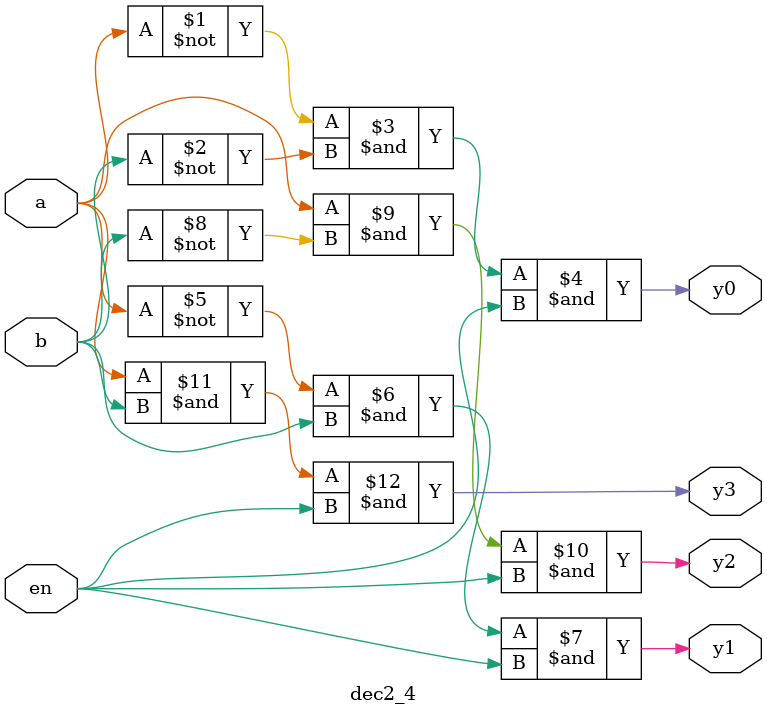
<source format=v>

module dec2_4 (
	input a, b, en,
	output y0, y1, y2, y3);

assign y0 = (~a) & (~b) & en;
assign y1 = (~a) & b & en;
assign y2 = a & (~ b) & en;
assign y3 = a & b & en;

endmodule

</source>
